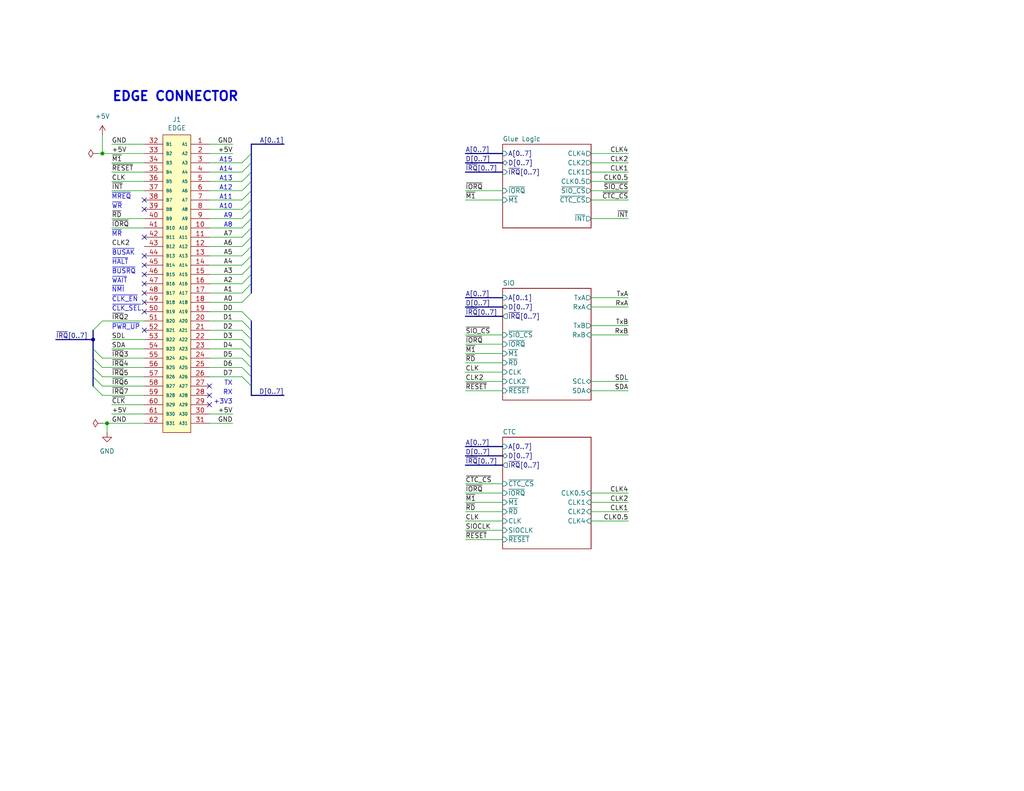
<source format=kicad_sch>
(kicad_sch (version 20230121) (generator eeschema)
  (paper "USLetter")
  (title_block (title "Quad Serial port card") (date "2023-08-07") (rev "1.1") (company "Frédéric Segard") (comment 1 "youtube.com/@microhobbyist.com"))
  (lib_symbols
    (symbol "+5V_1" (power) (pin_names (offset 0))
      (property "Value" "+5V_1" (at 0 3.556 0))
      (symbol "+5V_1_0_1"
        (polyline (pts (xy -0.762 1.27) (xy 0 2.54)))
        (polyline (pts (xy 0 0) (xy 0 2.54)))
        (polyline (pts (xy 0 2.54) (xy 0.762 1.27)))
      )
      (symbol "+5V_1_1_1"
        (pin power_in line (at 0 0 90) (length 0) hide (name "+5V") (number "1"))
      )
    )
    (symbol "0_Library:ISA_CARD_CONNECTOR_8BIT" (pin_names (offset 0.762))
      (property "Reference" "J" (at 0 3.81 0))
      (property "Value" "ISA" (at 0 1.27 0))
      (symbol "ISA_CARD_CONNECTOR_8BIT_0_0"
        (pin passive line (at 8.89 -2.54 180) (length 5.08) (name "A1") (number "1"))
        (pin passive line (at 8.89 -25.4 180) (length 5.08) (name "A10") (number "10"))
        (pin passive line (at 8.89 -27.94 180) (length 5.08) (name "A11") (number "11"))
        (pin passive line (at 8.89 -30.48 180) (length 5.08) (name "A12") (number "12"))
        (pin passive line (at 8.89 -33.02 180) (length 5.08) (name "A13") (number "13"))
        (pin passive line (at 8.89 -35.56 180) (length 5.08) (name "A14") (number "14"))
        (pin passive line (at 8.89 -38.1 180) (length 5.08) (name "A15") (number "15"))
        (pin passive line (at 8.89 -40.64 180) (length 5.08) (name "A16") (number "16"))
        (pin passive line (at 8.89 -43.18 180) (length 5.08) (name "A17") (number "17"))
        (pin passive line (at 8.89 -45.72 180) (length 5.08) (name "A18") (number "18"))
        (pin passive line (at 8.89 -48.26 180) (length 5.08) (name "A19") (number "19"))
        (pin passive line (at 8.89 -5.08 180) (length 5.08) (name "A2") (number "2"))
        (pin passive line (at 8.89 -50.8 180) (length 5.08) (name "A20") (number "20"))
        (pin passive line (at 8.89 -53.34 180) (length 5.08) (name "A21") (number "21"))
        (pin passive line (at 8.89 -55.88 180) (length 5.08) (name "A22") (number "22"))
        (pin passive line (at 8.89 -58.42 180) (length 5.08) (name "A23") (number "23"))
        (pin passive line (at 8.89 -60.96 180) (length 5.08) (name "A24") (number "24"))
        (pin passive line (at 8.89 -63.5 180) (length 5.08) (name "A25") (number "25"))
        (pin passive line (at 8.89 -66.04 180) (length 5.08) (name "A26") (number "26"))
        (pin passive line (at 8.89 -68.58 180) (length 5.08) (name "A27") (number "27"))
        (pin passive line (at 8.89 -71.12 180) (length 5.08) (name "A28") (number "28"))
        (pin passive line (at 8.89 -73.66 180) (length 5.08) (name "A29") (number "29"))
        (pin passive line (at 8.89 -7.62 180) (length 5.08) (name "A3") (number "3"))
        (pin passive line (at 8.89 -76.2 180) (length 5.08) (name "A30") (number "30"))
        (pin passive line (at 8.89 -78.74 180) (length 5.08) (name "A31") (number "31"))
        (pin passive line (at -8.89 -2.54 0) (length 5.08) (name "B1") (number "32"))
        (pin passive line (at -8.89 -5.08 0) (length 5.08) (name "B2") (number "33"))
        (pin passive line (at -8.89 -7.62 0) (length 5.08) (name "B3") (number "34"))
        (pin passive line (at -8.89 -10.16 0) (length 5.08) (name "B4") (number "35"))
        (pin passive line (at -8.89 -12.7 0) (length 5.08) (name "B5") (number "36"))
        (pin passive line (at -8.89 -15.24 0) (length 5.08) (name "B6") (number "37"))
        (pin passive line (at -8.89 -17.78 0) (length 5.08) (name "B7") (number "38"))
        (pin passive line (at -8.89 -20.32 0) (length 5.08) (name "B8") (number "39"))
        (pin passive line (at 8.89 -10.16 180) (length 5.08) (name "A4") (number "4"))
        (pin passive line (at -8.89 -22.86 0) (length 5.08) (name "B9") (number "40"))
        (pin passive line (at -8.89 -25.4 0) (length 5.08) (name "B10") (number "41"))
        (pin passive line (at -8.89 -27.94 0) (length 5.08) (name "B11") (number "42"))
        (pin passive line (at -8.89 -30.48 0) (length 5.08) (name "B12") (number "43"))
        (pin passive line (at -8.89 -33.02 0) (length 5.08) (name "B13") (number "44"))
        (pin passive line (at -8.89 -35.56 0) (length 5.08) (name "B14") (number "45"))
        (pin passive line (at -8.89 -38.1 0) (length 5.08) (name "B15") (number "46"))
        (pin passive line (at -8.89 -40.64 0) (length 5.08) (name "B16") (number "47"))
        (pin passive line (at -8.89 -43.18 0) (length 5.08) (name "B17") (number "48"))
        (pin passive line (at -8.89 -45.72 0) (length 5.08) (name "B18") (number "49"))
        (pin passive line (at 8.89 -12.7 180) (length 5.08) (name "A5") (number "5"))
        (pin passive line (at -8.89 -48.26 0) (length 5.08) (name "B19") (number "50"))
        (pin passive line (at -8.89 -50.8 0) (length 5.08) (name "B20") (number "51"))
        (pin passive line (at -8.89 -53.34 0) (length 5.08) (name "B21") (number "52"))
        (pin passive line (at -8.89 -55.88 0) (length 5.08) (name "B22") (number "53"))
        (pin passive line (at -8.89 -58.42 0) (length 5.08) (name "B23") (number "54"))
        (pin passive line (at -8.89 -60.96 0) (length 5.08) (name "B24") (number "55"))
        (pin passive line (at -8.89 -63.5 0) (length 5.08) (name "B25") (number "56"))
        (pin passive line (at -8.89 -66.04 0) (length 5.08) (name "B26") (number "57"))
        (pin passive line (at -8.89 -68.58 0) (length 5.08) (name "B27") (number "58"))
        (pin passive line (at -8.89 -71.12 0) (length 5.08) (name "B28") (number "59"))
        (pin passive line (at 8.89 -15.24 180) (length 5.08) (name "A6") (number "6"))
        (pin passive line (at -8.89 -73.66 0) (length 5.08) (name "B29") (number "60"))
        (pin passive line (at -8.89 -76.2 0) (length 5.08) (name "B30") (number "61"))
        (pin passive line (at -8.89 -78.74 0) (length 5.08) (name "B31") (number "62"))
        (pin passive line (at 8.89 -17.78 180) (length 5.08) (name "A7") (number "7"))
        (pin passive line (at 8.89 -20.32 180) (length 5.08) (name "A8") (number "8"))
        (pin passive line (at 8.89 -22.86 180) (length 5.08) (name "A9") (number "9"))
      )
      (symbol "ISA_CARD_CONNECTOR_8BIT_0_1"
        (rectangle (start -3.81 0) (end 3.81 -81.28) (fill (type background)))
      )
    )
    (symbol "GND_1" (power) (pin_names (offset 0))
      (property "Value" "GND_1" (at 0 -3.81 0))
      (symbol "GND_1_0_1"
        (polyline (pts (xy 0 0) (xy 0 -1.27) (xy 1.27 -1.27) (xy 0 -2.54) (xy -1.27 -1.27) (xy 0 -1.27)))
      )
      (symbol "GND_1_1_1"
        (pin power_in line (at 0 0 270) (length 0) hide (name "GND") (number "1"))
      )
    )
    (symbol "PWR_FLAG_1" (power) (pin_numbers hide) (pin_names (offset 0) hide)
      (property "Value" "PWR_FLAG_1" (at 0 3.81 0))
      (symbol "PWR_FLAG_1_0_0"
        (pin power_out line (at 0 0 90) (length 0) (name "pwr") (number "1"))
      )
      (symbol "PWR_FLAG_1_0_1"
        (polyline (pts (xy 0 0) (xy 0 1.27) (xy -1.016 1.905) (xy 0 2.54) (xy 1.016 1.905) (xy 0 1.27)))
      )
    )
  )
  (junction (at 29.21 115.57))
  (junction (at 27.94 41.91))
  (junction (at 25.4 92.71))
  (no_connect (at 39.37 74.93))
  (no_connect (at 39.37 64.77))
  (no_connect (at 57.15 105.41))
  (no_connect (at 39.37 77.47))
  (no_connect (at 39.37 69.85))
  (no_connect (at 39.37 90.17))
  (no_connect (at 39.37 54.61))
  (no_connect (at 39.37 82.55))
  (no_connect (at 57.15 110.49))
  (no_connect (at 39.37 85.09))
  (no_connect (at 57.15 107.95))
  (no_connect (at 39.37 72.39))
  (no_connect (at 39.37 80.01))
  (no_connect (at 39.37 57.15))
  (bus_entry (at 66.04 62.23) (size 2.54 -2.54))
  (bus_entry (at 66.04 67.31) (size 2.54 -2.54))
  (bus_entry (at 66.04 92.71) (size 2.54 2.54))
  (bus_entry (at 25.4 95.25) (size 2.54 2.54))
  (bus_entry (at 66.04 97.79) (size 2.54 2.54))
  (bus_entry (at 66.04 102.87) (size 2.54 2.54))
  (bus_entry (at 25.4 90.17) (size 2.54 -2.54))
  (bus_entry (at 66.04 95.25) (size 2.54 2.54))
  (bus_entry (at 66.04 85.09) (size 2.54 2.54))
  (bus_entry (at 25.4 97.79) (size 2.54 2.54))
  (bus_entry (at 66.04 64.77) (size 2.54 -2.54))
  (bus_entry (at 25.4 105.41) (size 2.54 2.54))
  (bus_entry (at 66.04 74.93) (size 2.54 -2.54))
  (bus_entry (at 66.04 54.61) (size 2.54 -2.54))
  (bus_entry (at 66.04 87.63) (size 2.54 2.54))
  (bus_entry (at 66.04 100.33) (size 2.54 2.54))
  (bus_entry (at 66.04 44.45) (size 2.54 -2.54))
  (bus_entry (at 66.04 82.55) (size 2.54 -2.54))
  (bus_entry (at 66.04 46.99) (size 2.54 -2.54))
  (bus_entry (at 66.04 77.47) (size 2.54 -2.54))
  (bus_entry (at 66.04 57.15) (size 2.54 -2.54))
  (bus_entry (at 25.4 102.87) (size 2.54 2.54))
  (bus_entry (at 66.04 90.17) (size 2.54 2.54))
  (bus_entry (at 25.4 100.33) (size 2.54 2.54))
  (bus_entry (at 66.04 72.39) (size 2.54 -2.54))
  (bus_entry (at 66.04 49.53) (size 2.54 -2.54))
  (bus_entry (at 66.04 59.69) (size 2.54 -2.54))
  (bus_entry (at 66.04 52.07) (size 2.54 -2.54))
  (bus_entry (at 66.04 69.85) (size 2.54 -2.54))
  (bus_entry (at 66.04 80.01) (size 2.54 -2.54))
  (bus (pts (xy 25.4 92.71) (xy 25.4 95.25)))
  (bus (pts (xy 68.58 102.87) (xy 68.58 105.41)))
  (wire (pts (xy 30.48 39.37) (xy 39.37 39.37)))
  (wire (pts (xy 127 142.24) (xy 137.16 142.24)))
  (bus (pts (xy 25.4 102.87) (xy 25.4 105.41)))
  (bus (pts (xy 68.58 100.33) (xy 68.58 102.87)))
  (bus (pts (xy 25.4 95.25) (xy 25.4 97.79)))
  (wire (pts (xy 161.29 81.28) (xy 171.45 81.28)))
  (wire (pts (xy 127 101.6) (xy 137.16 101.6)))
  (wire (pts (xy 57.15 95.25) (xy 66.04 95.25)))
  (wire (pts (xy 161.29 49.53) (xy 171.45 49.53)))
  (wire (pts (xy 127 134.62) (xy 137.16 134.62)))
  (wire (pts (xy 161.29 91.44) (xy 171.45 91.44)))
  (wire (pts (xy 127 139.7) (xy 137.16 139.7)))
  (bus (pts (xy 25.4 97.79) (xy 25.4 100.33)))
  (bus (pts (xy 68.58 39.37) (xy 68.58 41.91)))
  (wire (pts (xy 29.21 115.57) (xy 39.37 115.57)))
  (wire (pts (xy 27.94 105.41) (xy 39.37 105.41)))
  (wire (pts (xy 161.29 52.07) (xy 171.45 52.07)))
  (wire (pts (xy 27.94 100.33) (xy 39.37 100.33)))
  (wire (pts (xy 127 106.68) (xy 137.16 106.68)))
  (wire (pts (xy 57.15 62.23) (xy 66.04 62.23)))
  (wire (pts (xy 127 104.14) (xy 137.16 104.14)))
  (bus (pts (xy 68.58 49.53) (xy 68.58 52.07)))
  (wire (pts (xy 57.15 102.87) (xy 66.04 102.87)))
  (wire (pts (xy 57.15 92.71) (xy 66.04 92.71)))
  (wire (pts (xy 30.48 44.45) (xy 39.37 44.45)))
  (wire (pts (xy 57.15 52.07) (xy 66.04 52.07)))
  (wire (pts (xy 27.94 41.91) (xy 39.37 41.91)))
  (wire (pts (xy 161.29 134.62) (xy 171.45 134.62)))
  (wire (pts (xy 127 96.52) (xy 137.16 96.52)))
  (wire (pts (xy 57.15 100.33) (xy 66.04 100.33)))
  (wire (pts (xy 30.48 59.69) (xy 39.37 59.69)))
  (wire (pts (xy 127 54.61) (xy 137.16 54.61)))
  (bus (pts (xy 68.58 72.39) (xy 68.58 74.93)))
  (wire (pts (xy 161.29 83.82) (xy 171.45 83.82)))
  (bus (pts (xy 68.58 90.17) (xy 68.58 92.71)))
  (wire (pts (xy 161.29 137.16) (xy 171.45 137.16)))
  (wire (pts (xy 127 137.16) (xy 137.16 137.16)))
  (bus (pts (xy 68.58 54.61) (xy 68.58 57.15)))
  (wire (pts (xy 57.15 46.99) (xy 66.04 46.99)))
  (wire (pts (xy 57.15 69.85) (xy 66.04 69.85)))
  (bus (pts (xy 15.24 92.71) (xy 25.4 92.71)))
  (bus (pts (xy 68.58 39.37) (xy 77.47 39.37)))
  (bus (pts (xy 68.58 62.23) (xy 68.58 64.77)))
  (wire (pts (xy 161.29 139.7) (xy 171.45 139.7)))
  (bus (pts (xy 127 41.91) (xy 137.16 41.91)))
  (wire (pts (xy 30.48 95.25) (xy 39.37 95.25)))
  (bus (pts (xy 127 86.36) (xy 137.16 86.36)))
  (bus (pts (xy 25.4 90.17) (xy 25.4 92.71)))
  (wire (pts (xy 127 52.07) (xy 137.16 52.07)))
  (wire (pts (xy 127 144.78) (xy 137.16 144.78)))
  (wire (pts (xy 57.15 64.77) (xy 66.04 64.77)))
  (wire (pts (xy 57.15 85.09) (xy 66.04 85.09)))
  (bus (pts (xy 68.58 87.63) (xy 68.58 90.17)))
  (wire (pts (xy 161.29 46.99) (xy 171.45 46.99)))
  (bus (pts (xy 127 83.82) (xy 137.16 83.82)))
  (wire (pts (xy 57.15 87.63) (xy 66.04 87.63)))
  (wire (pts (xy 27.94 107.95) (xy 39.37 107.95)))
  (bus (pts (xy 68.58 64.77) (xy 68.58 67.31)))
  (wire (pts (xy 161.29 41.91) (xy 171.45 41.91)))
  (wire (pts (xy 29.21 115.57) (xy 29.21 118.11)))
  (wire (pts (xy 161.29 104.14) (xy 171.45 104.14)))
  (wire (pts (xy 57.15 77.47) (xy 66.04 77.47)))
  (bus (pts (xy 127 46.99) (xy 137.16 46.99)))
  (wire (pts (xy 127 132.08) (xy 137.16 132.08)))
  (wire (pts (xy 127 99.06) (xy 137.16 99.06)))
  (wire (pts (xy 161.29 106.68) (xy 171.45 106.68)))
  (wire (pts (xy 57.15 90.17) (xy 66.04 90.17)))
  (wire (pts (xy 161.29 142.24) (xy 171.45 142.24)))
  (wire (pts (xy 57.15 44.45) (xy 66.04 44.45)))
  (wire (pts (xy 57.15 41.91) (xy 63.5 41.91)))
  (wire (pts (xy 57.15 113.03) (xy 63.5 113.03)))
  (wire (pts (xy 57.15 39.37) (xy 63.5 39.37)))
  (wire (pts (xy 27.94 115.57) (xy 29.21 115.57)))
  (bus (pts (xy 25.4 100.33) (xy 25.4 102.87)))
  (bus (pts (xy 127 121.92) (xy 137.16 121.92)))
  (bus (pts (xy 68.58 80.01) (xy 68.58 77.47)))
  (wire (pts (xy 27.94 36.83) (xy 27.94 41.91)))
  (wire (pts (xy 57.15 67.31) (xy 66.04 67.31)))
  (wire (pts (xy 57.15 72.39) (xy 66.04 72.39)))
  (wire (pts (xy 27.94 102.87) (xy 39.37 102.87)))
  (bus (pts (xy 68.58 97.79) (xy 68.58 100.33)))
  (wire (pts (xy 127 91.44) (xy 137.16 91.44)))
  (bus (pts (xy 127 127) (xy 137.16 127)))
  (bus (pts (xy 68.58 52.07) (xy 68.58 54.61)))
  (bus (pts (xy 68.58 57.15) (xy 68.58 59.69)))
  (bus (pts (xy 68.58 105.41) (xy 68.58 107.95)))
  (bus (pts (xy 68.58 74.93) (xy 68.58 77.47)))
  (bus (pts (xy 68.58 92.71) (xy 68.58 95.25)))
  (bus (pts (xy 127 124.46) (xy 137.16 124.46)))
  (bus (pts (xy 68.58 41.91) (xy 68.58 44.45)))
  (wire (pts (xy 27.94 97.79) (xy 39.37 97.79)))
  (bus (pts (xy 127 81.28) (xy 137.16 81.28)))
  (wire (pts (xy 161.29 44.45) (xy 171.45 44.45)))
  (wire (pts (xy 127 93.98) (xy 137.16 93.98)))
  (wire (pts (xy 30.48 52.07) (xy 39.37 52.07)))
  (wire (pts (xy 57.15 54.61) (xy 66.04 54.61)))
  (bus (pts (xy 68.58 46.99) (xy 68.58 49.53)))
  (wire (pts (xy 30.48 62.23) (xy 39.37 62.23)))
  (wire (pts (xy 57.15 115.57) (xy 63.5 115.57)))
  (wire (pts (xy 57.15 74.93) (xy 66.04 74.93)))
  (wire (pts (xy 57.15 59.69) (xy 66.04 59.69)))
  (wire (pts (xy 161.29 54.61) (xy 171.45 54.61)))
  (wire (pts (xy 57.15 82.55) (xy 66.04 82.55)))
  (bus (pts (xy 127 44.45) (xy 137.16 44.45)))
  (wire (pts (xy 127 147.32) (xy 137.16 147.32)))
  (wire (pts (xy 30.48 110.49) (xy 39.37 110.49)))
  (bus (pts (xy 68.58 67.31) (xy 68.58 69.85)))
  (wire (pts (xy 30.48 46.99) (xy 39.37 46.99)))
  (wire (pts (xy 30.48 92.71) (xy 39.37 92.71)))
  (wire (pts (xy 161.29 88.9) (xy 171.45 88.9)))
  (wire (pts (xy 26.67 41.91) (xy 27.94 41.91)))
  (bus (pts (xy 68.58 59.69) (xy 68.58 62.23)))
  (wire (pts (xy 57.15 97.79) (xy 66.04 97.79)))
  (wire (pts (xy 57.15 57.15) (xy 66.04 57.15)))
  (wire (pts (xy 161.29 59.69) (xy 171.45 59.69)))
  (bus (pts (xy 68.58 44.45) (xy 68.58 46.99)))
  (wire (pts (xy 57.15 80.01) (xy 66.04 80.01)))
  (bus (pts (xy 68.58 95.25) (xy 68.58 97.79)))
  (wire (pts (xy 30.48 113.03) (xy 39.37 113.03)))
  (wire (pts (xy 30.48 49.53) (xy 39.37 49.53)))
  (bus (pts (xy 68.58 69.85) (xy 68.58 72.39)))
  (bus (pts (xy 68.58 107.95) (xy 77.47 107.95)))
  (wire (pts (xy 57.15 49.53) (xy 66.04 49.53)))
  (wire (pts (xy 27.94 87.63) (xy 39.37 87.63)))
  (text "~{BUSAK}" (at 30.48 69.85 0) (effects (font (size 1.27 1.27)) (justify left bottom)))
  (text "+3V3" (at 63.5 110.49 0) (effects (font (size 1.27 1.27)) (justify right bottom)))
  (text "~{WR}" (at 30.48 57.15 0) (effects (font (size 1.27 1.27)) (justify left bottom)))
  (text "A9" (at 63.5 59.69 0) (effects (font (size 1.27 1.27)) (justify right bottom)))
  (text "~{MR}" (at 30.4286 64.7264 0) (effects (font (size 1.27 1.27)) (justify left bottom)))
  (text "~{MREQ}" (at 30.416 54.5448 0) (effects (font (size 1.27 1.27)) (justify left bottom)))
  (text "EDGE CONNECTOR" (at 30.48 27.94 0) (effects (font (size 2.54 2.54) (thickness 0.508) bold) (justify left bottom)))
  (text "~{HALT}" (at 30.48 72.39 0) (effects (font (size 1.27 1.27)) (justify left bottom)))
  (text "~{CLK_EN}" (at 30.48 82.55 0) (effects (font (size 1.27 1.27)) (justify left bottom)))
  (text "TX" (at 63.5 105.41 0) (effects (font (size 1.27 1.27)) (justify right bottom)))
  (text "~{BUSRQ}" (at 30.48 74.93 0) (effects (font (size 1.27 1.27)) (justify left bottom)))
  (text "~{WAIT}" (at 30.48 77.47 0) (effects (font (size 1.27 1.27)) (justify left bottom)))
  (text "~{PWR_UP}" (at 30.4623 90.1481 0) (effects (font (size 1.27 1.27)) (justify left bottom)))
  (text "~{CLK_SEL}" (at 30.48 85.09 0) (effects (font (size 1.27 1.27)) (justify left bottom)))
  (text "A12" (at 63.5 52.07 0) (effects (font (size 1.27 1.27)) (justify right bottom)))
  (text "A8" (at 63.5 62.23 0) (effects (font (size 1.27 1.27)) (justify right bottom)))
  (text "RX" (at 63.5 107.95 0) (effects (font (size 1.27 1.27)) (justify right bottom)))
  (text "A13" (at 63.5 49.53 0) (effects (font (size 1.27 1.27)) (justify right bottom)))
  (text "A14" (at 63.5 46.99 0) (effects (font (size 1.27 1.27)) (justify right bottom)))
  (text "A10" (at 63.5 57.15 0) (effects (font (size 1.27 1.27)) (justify right bottom)))
  (text "A15" (at 63.5 44.45 0) (effects (font (size 1.27 1.27)) (justify right bottom)))
  (text "~{NMI}" (at 30.4286 79.9485 0) (effects (font (size 1.27 1.27)) (justify left bottom)))
  (text "A11" (at 63.5 54.61 0) (effects (font (size 1.27 1.27)) (justify right bottom)))
  (label "RxB" (at 171.45 91.44 180))
  (label "~{IRQ}7" (at 30.48 107.95 0))
  (label "~{IRQ}[0..7]" (at 127 86.36 0))
  (label "A7" (at 63.5 64.77 180))
  (label "~{RESET}" (at 127 106.68 0))
  (label "D[0..7]" (at 77.47 107.95 180))
  (label "~{IRQ}[0..7]" (at 127 127 0))
  (label "TxB" (at 171.45 88.9 180))
  (label "~{IORQ}" (at 127 93.98 0))
  (label "+5V" (at 63.5 113.03 180))
  (label "~{IRQ}4" (at 30.48 100.33 0))
  (label "~{RESET}" (at 127 147.32 0))
  (label "D0" (at 63.5 85.09 180))
  (label "A6" (at 63.5 67.31 180))
  (label "+5V" (at 30.48 41.91 0))
  (label "~{IRQ}5" (at 30.48 102.87 0))
  (label "RxA" (at 171.45 83.82 180))
  (label "~{M1}" (at 127 96.52 0))
  (label "+5V" (at 30.48 113.03 0))
  (label "SDA" (at 171.45 106.68 180))
  (label "CLK0.5" (at 171.45 49.53 180))
  (label "GND" (at 30.48 39.37 0))
  (label "A[0..7]" (at 127 121.92 0))
  (label "A0" (at 63.5 82.55 180))
  (label "GND" (at 63.5 39.37 180))
  (label "A3" (at 63.5 74.93 180))
  (label "~{CTC_CS}" (at 127 132.08 0))
  (label "SIOCLK" (at 127 144.78 0))
  (label "A2" (at 63.5 77.47 180))
  (label "D7" (at 63.5 102.87 180))
  (label "D[0..7]" (at 127 124.46 0))
  (label "D4" (at 63.5 95.25 180))
  (label "CLK" (at 127 142.24 0))
  (label "~{IRQ}3" (at 30.48 97.79 0))
  (label "D1" (at 63.5 87.63 180))
  (label "TxA" (at 171.45 81.28 180))
  (label "D5" (at 63.5 97.79 180))
  (label "A[0..7]" (at 127 81.28 0))
  (label "CLK0.5" (at 171.45 142.24 180))
  (label "~{SIO_CS}" (at 127 91.44 0))
  (label "CLK" (at 127 101.6 0))
  (label "A[0..7]" (at 127 41.91 0))
  (label "~{IORQ}" (at 127 52.07 0))
  (label "A4" (at 63.5 72.39 180))
  (label "~{INT}" (at 171.45 59.69 180))
  (label "A5" (at 63.5 69.85 180))
  (label "~{INT}" (at 30.48 52.07 0))
  (label "~{M1}" (at 127 137.16 0))
  (label "GND" (at 30.48 115.57 0))
  (label "A1" (at 63.5 80.01 180))
  (label "+5V" (at 63.5 41.91 180))
  (label "CLK" (at 30.48 49.53 0))
  (label "~{CTC_CS}" (at 171.45 54.61 180))
  (label "SDL" (at 171.45 104.14 180))
  (label "CLK4" (at 171.45 41.91 180))
  (label "SDL" (at 30.48 92.71 0))
  (label "D[0..7]" (at 127 83.82 0))
  (label "D3" (at 63.5 92.71 180))
  (label "~{RD}" (at 127 139.7 0))
  (label "~{IRQ}6" (at 30.48 105.41 0))
  (label "CLK2" (at 171.45 44.45 180))
  (label "CLK1" (at 171.45 139.7 180))
  (label "D[0..7]" (at 127 44.45 0))
  (label "~{RD}" (at 127 99.06 0))
  (label "~{M1}" (at 30.48 44.45 0))
  (label "A[0..1]" (at 77.47 39.37 180))
  (label "~{IORQ}" (at 127 134.62 0))
  (label "~{SIO_CS}" (at 171.45 52.07 180))
  (label "CLK2" (at 127 104.14 0))
  (label "~{CLK}" (at 30.48 110.49 0))
  (label "CLK2" (at 171.45 137.16 180))
  (label "D6" (at 63.5 100.33 180))
  (label "~{RESET}" (at 30.48 46.99 0))
  (label "CLK2" (at 30.48 67.31 0))
  (label "~{RD}" (at 30.48 59.69 0))
  (label "SDA" (at 30.48 95.25 0))
  (label "D2" (at 63.5 90.17 180))
  (label "~{IRQ}2" (at 30.48 87.63 0))
  (label "~{M1}" (at 127 54.61 0))
  (label "CLK4" (at 171.45 134.62 180))
  (label "~{IRQ}[0..7]" (at 127 46.99 0))
  (label "~{IRQ}[0..7]" (at 15.24 92.71 0))
  (label "~{IORQ}" (at 30.48 62.23 0))
  (label "GND" (at 63.5 115.57 180))
  (label "CLK1" (at 171.45 46.99 180))
  (symbol (lib_id "0_Library:ISA_CARD_CONNECTOR_8BIT") (at 48.26 36.83 0) (unit 1)
    (property "Reference" "J1" (at 48.26 32.639 0))
    (property "Value" "EDGE" (at 48.26 34.9504 0))
    (property "Footprint" "0 - Library:BUS_XT_Proto" (effects hide))
    (property "Datasheet" "https://www.te.com/commerce/DocumentDelivery/DDEController?Action=showdoc&DocId=Customer+Drawing%7F5530843%7FF8%7Fpdf%7FEnglish%7FENG_CD_5530843_F8.pdf%7F6-5530843-5" (effects hide))
    (property "Description" "Standard Card Edge Connectors 100 VRT 062DP" (effects hide))
    (property "Height" "15.494" (effects hide))
    (property "Mouser Part Number" "571-6-5530843-5" (effects hide))
    (property "Mouser Price/Stock" "https://www.mouser.co.uk/ProductDetail/TE-Connectivity/6-5530843-5?qs=X1mjqRbeMc4evMKvgkFEjA%3D%3D" (effects hide))
    (property "Manufacturer_Name" "TE Connectivity" (effects hide))
    (property "Manufacturer_Part_Number" "6-5530843-5" (effects hide))
  )
  (symbol (lib_name "PWR_FLAG_1") (lib_id "power:PWR_FLAG") (at 27.94 115.57 90) (unit 1)
    (property "Reference" "#FLG01" (effects hide))
    (property "Value" "PWR_FLAG" (effects hide))
  )
  (symbol (lib_name "GND_1") (lib_id "power:GND") (at 29.21 118.11 0) (unit 1)
    (property "Reference" "#PWR01" (effects hide))
    (property "Value" "GND" (at 29.21 123.19 0))
  )
  (symbol (lib_name "PWR_FLAG_1") (lib_id "power:PWR_FLAG") (at 26.67 41.91 90) (mirror x) (unit 1)
    (property "Reference" "#FLG02" (effects hide))
    (property "Value" "PWR_FLAG" (effects hide))
  )
  (symbol (lib_name "+5V_1") (lib_id "power:+5V") (at 27.94 36.83 0) (mirror y) (unit 1)
    (property "Reference" "#PWR02" (effects hide))
    (property "Value" "+5V" (at 27.94 31.75 0))
  )
  (sheet (at 137.16 39.37) (size 24.13 22.86) (stroke (width 0.1524))
    (property "Sheetname" "Glue Logic" (at 137.16 38.6584 0) (effects (justify left bottom)))
    (property "Sheetfile" "Logic.kicad_sch" (effects hide))
    (pin "~{SIO_CS}" output (at 161.29 52.07 0))
    (pin "~{CTC_CS}" output (at 161.29 54.61 0))
    (pin "A[0..7]" input (at 137.16 41.91 180))
    (pin "~{IORQ}" input (at 137.16 52.07 180))
    (pin "~{M1}" input (at 137.16 54.61 180))
    (pin "CLK4" output (at 161.29 41.91 0))
    (pin "CLK2" output (at 161.29 44.45 0))
    (pin "CLK1" output (at 161.29 46.99 0))
    (pin "CLK0.5" output (at 161.29 49.53 0))
    (pin "~{INT}" output (at 161.29 59.69 0))
    (pin "~{IRQ}[0..7]" input (at 137.16 46.99 180))
    (pin "D[0..7]" bidirectional (at 137.16 44.45 180))
  )
  (sheet (at 137.16 78.74) (size 24.13 30.48) (stroke (width 0.1524))
    (property "Sheetname" "SIO" (at 137.16 78.0284 0) (effects (justify left bottom)))
    (property "Sheetfile" "SIO.kicad_sch" (effects hide))
    (pin "TxA" output (at 161.29 81.28 0))
    (pin "RxA" input (at 161.29 83.82 0))
    (pin "~{RD}" input (at 137.16 99.06 180))
    (pin "~{RESET}" input (at 137.16 106.68 180))
    (pin "~{SIO_CS}" input (at 137.16 91.44 180))
    (pin "~{M1}" input (at 137.16 96.52 180))
    (pin "CLK" input (at 137.16 101.6 180))
    (pin "TxB" output (at 161.29 88.9 0))
    (pin "RxB" input (at 161.29 91.44 0))
    (pin "D[0..7]" bidirectional (at 137.16 83.82 180))
    (pin "CLK2" input (at 137.16 104.14 180))
    (pin "A[0..1]" input (at 137.16 81.28 180))
    (pin "SCL" bidirectional (at 161.29 104.14 0))
    (pin "SDA" bidirectional (at 161.29 106.68 0))
    (pin "~{IRQ}[0..7]" output (at 137.16 86.36 180))
    (pin "~{IORQ}" input (at 137.16 93.98 180))
  )
  (sheet (at 137.16 119.38) (size 24.13 30.48) (stroke (width 0.1524))
    (property "Sheetname" "CTC" (at 137.16 118.6684 0) (effects (justify left bottom)))
    (property "Sheetfile" "CTC.kicad_sch" (effects hide))
    (pin "~{M1}" input (at 137.16 137.16 180))
    (pin "CLK" input (at 137.16 142.24 180))
    (pin "~{RESET}" input (at 137.16 147.32 180))
    (pin "~{CTC_CS}" input (at 137.16 132.08 180))
    (pin "~{RD}" input (at 137.16 139.7 180))
    (pin "~{IORQ}" input (at 137.16 134.62 180))
    (pin "D[0..7]" bidirectional (at 137.16 124.46 180))
    (pin "SIOCLK" input (at 137.16 144.78 180))
    (pin "A[0..7]" input (at 137.16 121.92 180))
    (pin "~{IRQ}[0..7]" output (at 137.16 127 180))
    (pin "CLK4" input (at 161.29 142.24 0))
    (pin "CLK2" input (at 161.29 139.7 0))
    (pin "CLK1" input (at 161.29 137.16 0))
    (pin "CLK0.5" input (at 161.29 134.62 0))
  )
)
</source>
